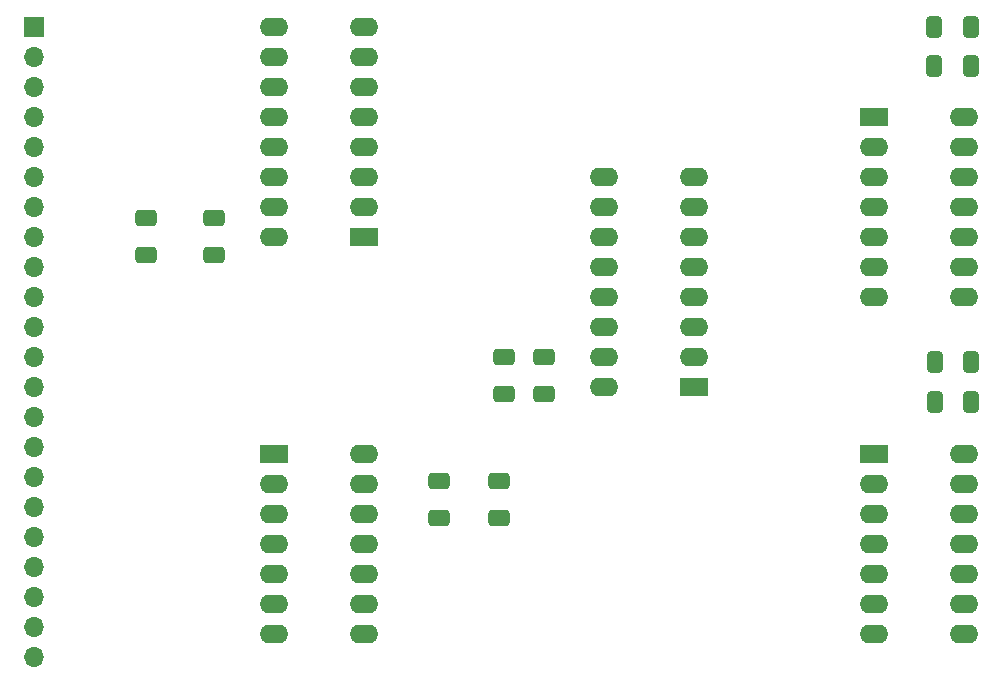
<source format=gts>
%TF.GenerationSoftware,KiCad,Pcbnew,8.0.8-unknown-202501220024~e4ff452ffb~ubuntu24.04.1*%
%TF.CreationDate,2025-01-26T15:18:26-05:00*%
%TF.ProjectId,stack module,73746163-6b20-46d6-9f64-756c652e6b69,v01*%
%TF.SameCoordinates,Original*%
%TF.FileFunction,Soldermask,Top*%
%TF.FilePolarity,Negative*%
%FSLAX46Y46*%
G04 Gerber Fmt 4.6, Leading zero omitted, Abs format (unit mm)*
G04 Created by KiCad (PCBNEW 8.0.8-unknown-202501220024~e4ff452ffb~ubuntu24.04.1) date 2025-01-26 15:18:26*
%MOMM*%
%LPD*%
G01*
G04 APERTURE LIST*
G04 Aperture macros list*
%AMRoundRect*
0 Rectangle with rounded corners*
0 $1 Rounding radius*
0 $2 $3 $4 $5 $6 $7 $8 $9 X,Y pos of 4 corners*
0 Add a 4 corners polygon primitive as box body*
4,1,4,$2,$3,$4,$5,$6,$7,$8,$9,$2,$3,0*
0 Add four circle primitives for the rounded corners*
1,1,$1+$1,$2,$3*
1,1,$1+$1,$4,$5*
1,1,$1+$1,$6,$7*
1,1,$1+$1,$8,$9*
0 Add four rect primitives between the rounded corners*
20,1,$1+$1,$2,$3,$4,$5,0*
20,1,$1+$1,$4,$5,$6,$7,0*
20,1,$1+$1,$6,$7,$8,$9,0*
20,1,$1+$1,$8,$9,$2,$3,0*%
G04 Aperture macros list end*
%ADD10R,2.400000X1.600000*%
%ADD11O,2.400000X1.600000*%
%ADD12RoundRect,0.250000X0.650000X-0.412500X0.650000X0.412500X-0.650000X0.412500X-0.650000X-0.412500X0*%
%ADD13RoundRect,0.250000X0.412500X0.650000X-0.412500X0.650000X-0.412500X-0.650000X0.412500X-0.650000X0*%
%ADD14R,1.700000X1.700000*%
%ADD15O,1.700000X1.700000*%
%ADD16RoundRect,0.250000X-0.650000X0.412500X-0.650000X-0.412500X0.650000X-0.412500X0.650000X0.412500X0*%
G04 APERTURE END LIST*
D10*
%TO.C,U2*%
X160020000Y-48260000D03*
D11*
X160020000Y-50800000D03*
X160020000Y-53340000D03*
X160020000Y-55880000D03*
X160020000Y-58420000D03*
X160020000Y-60960000D03*
X160020000Y-63500000D03*
X167640000Y-63500000D03*
X167640000Y-60960000D03*
X167640000Y-58420000D03*
X167640000Y-55880000D03*
X167640000Y-53340000D03*
X167640000Y-50800000D03*
X167640000Y-48260000D03*
%TD*%
D10*
%TO.C,U1*%
X109220000Y-76835000D03*
D11*
X109220000Y-79375000D03*
X109220000Y-81915000D03*
X109220000Y-84455000D03*
X109220000Y-86995000D03*
X109220000Y-89535000D03*
X109220000Y-92075000D03*
X116840000Y-92075000D03*
X116840000Y-89535000D03*
X116840000Y-86995000D03*
X116840000Y-84455000D03*
X116840000Y-81915000D03*
X116840000Y-79375000D03*
X116840000Y-76835000D03*
%TD*%
D10*
%TO.C,U3*%
X116840000Y-58420000D03*
D11*
X116840000Y-55880000D03*
X116840000Y-53340000D03*
X116840000Y-50800000D03*
X116840000Y-48260000D03*
X116840000Y-45720000D03*
X116840000Y-43180000D03*
X116840000Y-40640000D03*
X109220000Y-40640000D03*
X109220000Y-43180000D03*
X109220000Y-45720000D03*
X109220000Y-48260000D03*
X109220000Y-50800000D03*
X109220000Y-53340000D03*
X109220000Y-55880000D03*
X109220000Y-58420000D03*
%TD*%
D12*
%TO.C,C4*%
X132080000Y-71705000D03*
X132080000Y-68580000D03*
%TD*%
D13*
%TO.C,C10*%
X168275000Y-69040000D03*
X165150000Y-69040000D03*
%TD*%
D12*
%TO.C,C2*%
X104140000Y-59982500D03*
X104140000Y-56857500D03*
%TD*%
D10*
%TO.C,U5*%
X160020000Y-76835000D03*
D11*
X160020000Y-79375000D03*
X160020000Y-81915000D03*
X160020000Y-84455000D03*
X160020000Y-86995000D03*
X160020000Y-89535000D03*
X160020000Y-92075000D03*
X167640000Y-92075000D03*
X167640000Y-89535000D03*
X167640000Y-86995000D03*
X167640000Y-84455000D03*
X167640000Y-81915000D03*
X167640000Y-79375000D03*
X167640000Y-76835000D03*
%TD*%
D13*
%TO.C,C7*%
X168225000Y-43990000D03*
X165100000Y-43990000D03*
%TD*%
%TO.C,C9*%
X168275000Y-72390000D03*
X165150000Y-72390000D03*
%TD*%
D12*
%TO.C,C1*%
X98425000Y-59982500D03*
X98425000Y-56857500D03*
%TD*%
D14*
%TO.C,J22*%
X88900000Y-40640000D03*
D15*
X88900000Y-43180000D03*
X88900000Y-45720000D03*
X88900000Y-48260000D03*
X88900000Y-50800000D03*
X88900000Y-53340000D03*
X88900000Y-55880000D03*
X88900000Y-58420000D03*
X88900000Y-60960000D03*
X88900000Y-63500000D03*
X88900000Y-66040000D03*
X88900000Y-68580000D03*
X88900000Y-71120000D03*
X88900000Y-73660000D03*
X88900000Y-76200000D03*
X88900000Y-78740000D03*
X88900000Y-81280000D03*
X88900000Y-83820000D03*
X88900000Y-86360000D03*
X88900000Y-88900000D03*
X88900000Y-91440000D03*
X88900000Y-93980000D03*
%TD*%
D16*
%TO.C,C6*%
X128270000Y-79082500D03*
X128270000Y-82207500D03*
%TD*%
D12*
%TO.C,C3*%
X128730000Y-71705000D03*
X128730000Y-68580000D03*
%TD*%
D10*
%TO.C,U4*%
X144780000Y-71120000D03*
D11*
X144780000Y-68580000D03*
X144780000Y-66040000D03*
X144780000Y-63500000D03*
X144780000Y-60960000D03*
X144780000Y-58420000D03*
X144780000Y-55880000D03*
X144780000Y-53340000D03*
X137160000Y-53340000D03*
X137160000Y-55880000D03*
X137160000Y-58420000D03*
X137160000Y-60960000D03*
X137160000Y-63500000D03*
X137160000Y-66040000D03*
X137160000Y-68580000D03*
X137160000Y-71120000D03*
%TD*%
D13*
%TO.C,C8*%
X168225000Y-40640000D03*
X165100000Y-40640000D03*
%TD*%
D16*
%TO.C,C5*%
X123190000Y-79082500D03*
X123190000Y-82207500D03*
%TD*%
M02*

</source>
